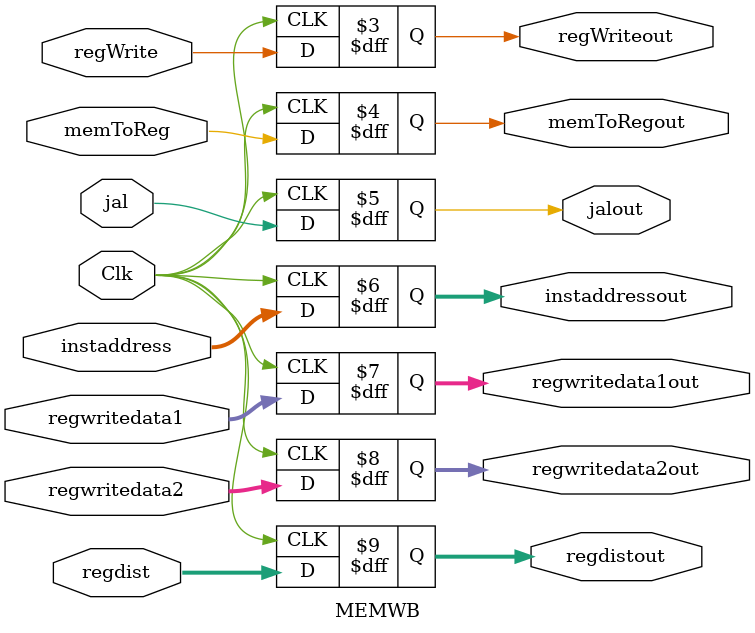
<source format=v>
`timescale 1ns / 1ps


module MEMWB(
    input Clk,
    input regWrite,memToReg,jal,
    input [31:0] instaddress,regwritedata1,regwritedata2,
    input [4:0] regdist,
    output reg regWriteout,memToRegout,jalout,
    output reg [31:0] instaddressout,regwritedata1out,regwritedata2out,
    output reg [4:0] regdistout
    );
    initial begin
        regWriteout=0;
        memToRegout=0;
        jalout=0;
        instaddressout=0;
        regwritedata1out=0;
        regwritedata2out=0;
        regdistout=0;
    end
    always @ (posedge Clk)
    begin
            regWriteout<=regWrite;
            memToRegout<=memToReg;
            jalout<=jal;
            instaddressout<=instaddress;
            regwritedata1out<=regwritedata1;
            regwritedata2out<=regwritedata2;
            regdistout<=regdist;       
    end
endmodule

</source>
